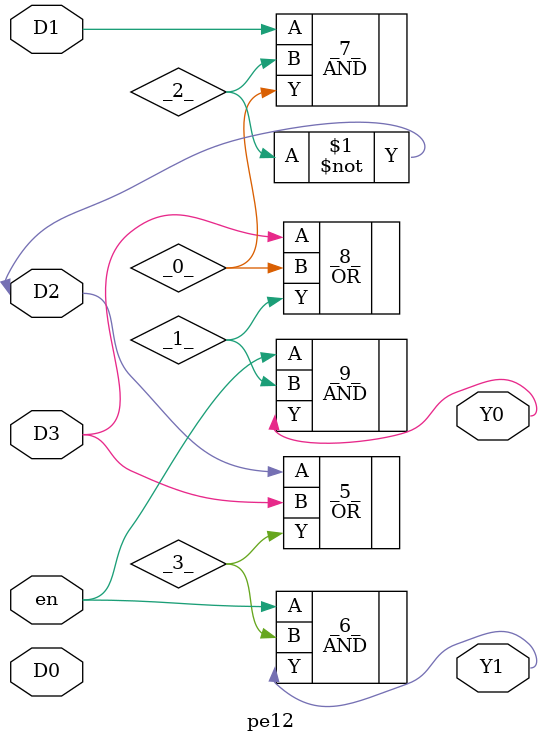
<source format=v>
/* Generated by Yosys 0.41+83 (git sha1 7045cf509, x86_64-w64-mingw32-g++ 13.2.1 -Os) */

/* cells_not_processed =  1  */
/* src = "pe12.v:1.1-18.10" */
module pe12(D0, D1, D2, D3, en, Y1, Y0);
  wire _0_;
  wire _1_;
  wire _2_;
  wire _3_;
  /* src = "pe12.v:3.11-3.13" */
  input D0;
  wire D0;
  /* src = "pe12.v:3.14-3.16" */
  input D1;
  wire D1;
  /* src = "pe12.v:3.17-3.19" */
  input D2;
  wire D2;
  /* src = "pe12.v:3.20-3.22" */
  input D3;
  wire D3;
  /* src = "pe12.v:4.19-4.21" */
  output Y0;
  wire Y0;
  /* src = "pe12.v:4.16-4.18" */
  output Y1;
  wire Y1;
  /* src = "pe12.v:3.23-3.25" */
  input en;
  wire en;
  not _4_ (
    .A(D2),
    .Y(_2_)
  );
  OR _5_ (
    .A(D2),
    .B(D3),
    .Y(_3_)
  );
  AND _6_ (
    .A(en),
    .B(_3_),
    .Y(Y1)
  );
  AND _7_ (
    .A(D1),
    .B(_2_),
    .Y(_0_)
  );
  OR _8_ (
    .A(D3),
    .B(_0_),
    .Y(_1_)
  );
  AND _9_ (
    .A(en),
    .B(_1_),
    .Y(Y0)
  );
endmodule

</source>
